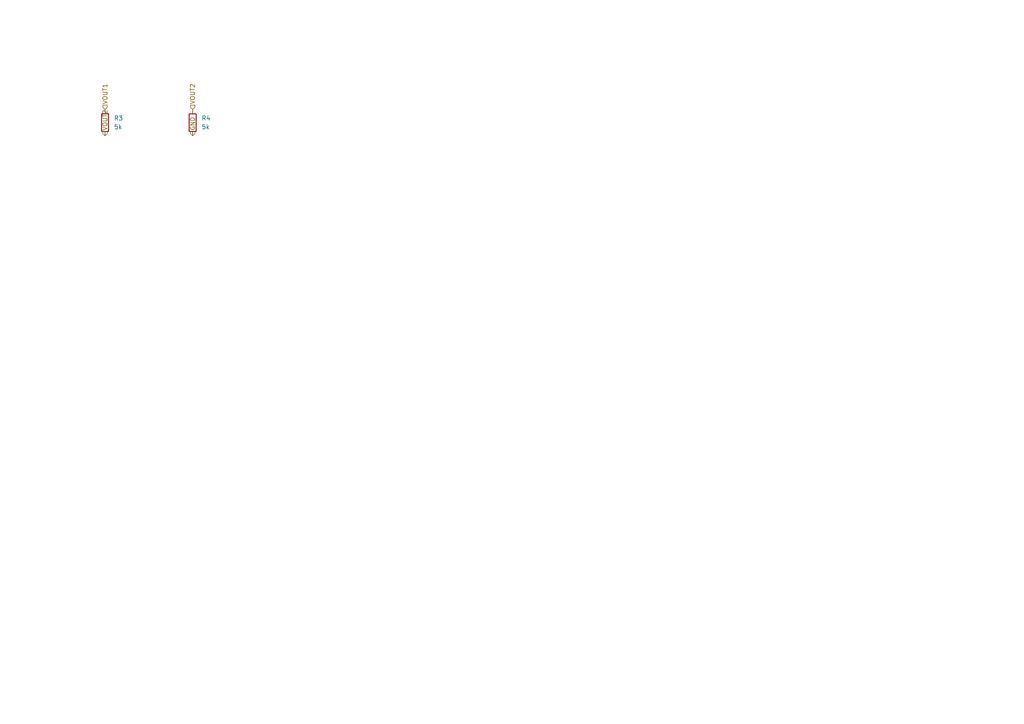
<source format=kicad_sch>
(kicad_sch (version 20250114) (generator "circuit_synth") (generator_version "0.8.36")
  (paper "A4")
  (title_block (title "nested_dividers"))
  (lib_symbols
    (symbol "Device:R" (pin_numbers (hide yes)) (pin_names (offset 0))
      (property "Reference" "R" (at 2.032 0 90))
      (property "Value" "R" (at 0 0 90))
      (symbol "R_0_1"
        (rectangle (start -1.016 -2.54) (end 1.016 2.54) (stroke (width 0.254)))
      )
      (symbol "R_1_1"
        (pin passive line (at 0 3.81 270) (length 1.27) (name "~") (number "1"))
        (pin passive line (at 0 -3.81 90) (length 1.27) (name "~") (number "2"))
      )
    )
  )
  (symbol (lib_id "Device:R") (at 30.48 35.56 0) (unit 1)
    (property "Reference" "R3" (at 33.02 34.2899 0) (effects (justify left)))
    (property "Value" "5k" (at 33.02 36.8299 0) (effects (justify left)))
    (property "Footprint" "Resistor_SMD:R_0603_1608Metric" (effects (hide yes)))
    (property "hierarchy_path" "/89d3af47-2880-43fd-847f-746b603cf672/b55f763f-74c4-47f2-9c6f-19f069147fc6/b79d888d-9295-45f9-9259-0e24f907c1c1" (effects (hide yes)))
    (property "project_name" "nested_dividers" (effects (hide yes)))
    (property "root_uuid" "89d3af47-2880-43fd-847f-746b603cf672" (effects (hide yes)))
  )
  (symbol (lib_id "Device:R") (at 55.88 35.56 0) (unit 1)
    (property "Reference" "R4" (at 58.42 34.2899 0) (effects (justify left)))
    (property "Value" "5k" (at 58.42 36.8299 0) (effects (justify left)))
    (property "Footprint" "Resistor_SMD:R_0603_1608Metric" (effects (hide yes)))
    (property "hierarchy_path" "/89d3af47-2880-43fd-847f-746b603cf672/b55f763f-74c4-47f2-9c6f-19f069147fc6/b79d888d-9295-45f9-9259-0e24f907c1c1" (effects (hide yes)))
    (property "project_name" "nested_dividers" (effects (hide yes)))
    (property "root_uuid" "89d3af47-2880-43fd-847f-746b603cf672" (effects (hide yes)))
  )
  (hierarchical_label "VOUT1" (shape input) (at 30.48 31.75 90))
  (hierarchical_label "VOUT2" (shape input) (at 30.48 39.37 270))
  (hierarchical_label "VOUT2" (shape input) (at 55.88 31.75 90))
  (hierarchical_label "GND" (shape input) (at 55.88 39.37 270))
)
</source>
